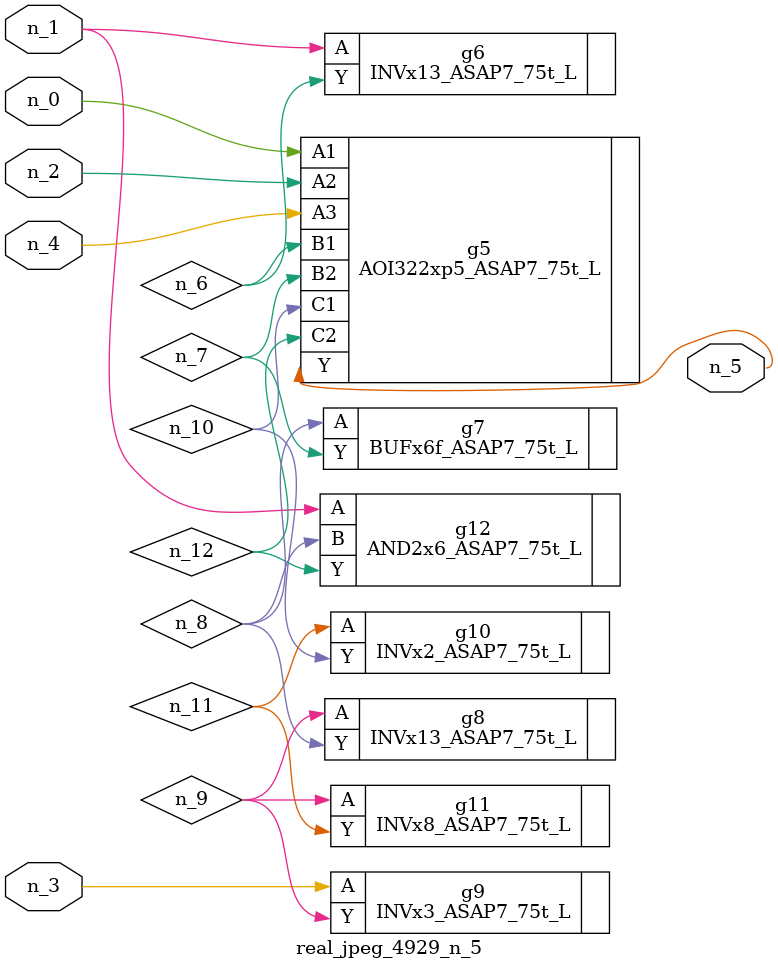
<source format=v>
module real_jpeg_4929_n_5 (n_4, n_0, n_1, n_2, n_3, n_5);

input n_4;
input n_0;
input n_1;
input n_2;
input n_3;

output n_5;

wire n_12;
wire n_8;
wire n_11;
wire n_6;
wire n_7;
wire n_10;
wire n_9;

AOI322xp5_ASAP7_75t_L g5 ( 
.A1(n_0),
.A2(n_2),
.A3(n_4),
.B1(n_6),
.B2(n_7),
.C1(n_10),
.C2(n_12),
.Y(n_5)
);

INVx13_ASAP7_75t_L g6 ( 
.A(n_1),
.Y(n_6)
);

AND2x6_ASAP7_75t_L g12 ( 
.A(n_1),
.B(n_8),
.Y(n_12)
);

INVx3_ASAP7_75t_L g9 ( 
.A(n_3),
.Y(n_9)
);

BUFx6f_ASAP7_75t_L g7 ( 
.A(n_8),
.Y(n_7)
);

INVx13_ASAP7_75t_L g8 ( 
.A(n_9),
.Y(n_8)
);

INVx8_ASAP7_75t_L g11 ( 
.A(n_9),
.Y(n_11)
);

INVx2_ASAP7_75t_L g10 ( 
.A(n_11),
.Y(n_10)
);


endmodule
</source>
